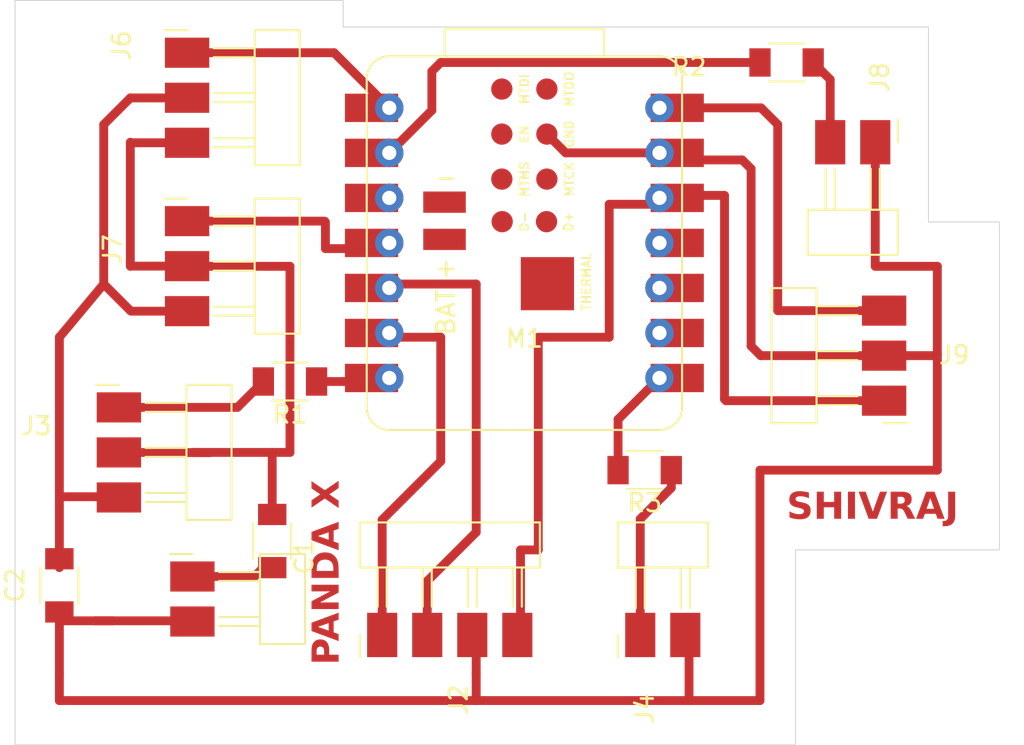
<source format=kicad_pcb>
(kicad_pcb (version 20241229) (generator "pcbnew") (generator_version "9.0")
  (layers (0 "F.Cu" signal) (2 "B.Cu" signal) (13 "F.Paste" user) (15 "B.Paste" user) (5 "F.SilkS" user "F.Silkscreen") (7 "B.SilkS" user "B.Silkscreen") (1 "F.Mask" user) (3 "B.Mask" user) (25 "Edge.Cuts" user))
  (net 0 "")
  (net 1 "/D4")
  (net 2 "/3V3")
  (net 3 "/5V")
  (net 4 "/D0")
  (net 5 "/D3")
  (net 6 "/5V5")
  (net 17 "Net-(J9-Pin_3)")
  (net 18 "/D5")
  (net 19 "/D7")
  (net 20 "/D1")
  (net 21 "unconnected-(M1-D10-Pad11)")
  (net 22 "unconnected-(M1-D2-Pad3)")
  (net 25 "Net-(J3-Pin_1)")
  (net 26 "Net-(M1-D6)")
  (footprint "fab:R_1206" (layer "F.Cu") (at 141 75)
    (property "Reference" "R2" (at -5.5 0.26 0) (layer "F.SilkS"))
    (property "Value" "R_1206")
    (fp_line (start -1 -1.07) (end 1 -1.07) (stroke (width 0.12)) (layer "F.SilkS"))
    (fp_line (start 1 1.07) (end -1 1.07) (stroke (width 0.12)) (layer "F.SilkS"))
    (pad "1" smd rect (at -1.5 0) (size 1.2 1.6) (layers "F.Cu" "F.Mask" "F.Paste") (net 20 "/D1"))
    (pad "2" smd rect (at 1.5 0) (size 1.2 1.6) (layers "F.Cu" "F.Mask" "F.Paste") (net 20 "/D1"))
  )
  (footprint "fab:R_1206" (layer "F.Cu") (at 133 98 180)
    (property "Reference" "R3" (at 0 -1.85 0) (layer "F.SilkS"))
    (property "Value" "R_1206")
    (fp_line (start 1 1.07) (end -1 1.07) (stroke (width 0.12)) (layer "F.SilkS"))
    (fp_line (start -1 -1.07) (end 1 -1.07) (stroke (width 0.12)) (layer "F.SilkS"))
    (pad "1" smd rect (at -1.5 0 180) (size 1.2 1.6) (layers "F.Cu" "F.Mask" "F.Paste") (net 19 "/D7"))
    (pad "2" smd rect (at 1.5 0 180) (size 1.2 1.6) (layers "F.Cu" "F.Mask" "F.Paste") (net 19 "/D7"))
  )
  (footprint "fab:SeeedStudio_XIAO_ESP32S3" (layer "F.Cu") (at 126.215 85.18)
    (property "Reference" "M1" (at 0 5.39 0) (layer "F.SilkS"))
    (property "Value" "Module_XIAO-ESP32S3")
    (fp_line (start -8.8875 9.281) (end -8.8875 -9.261) (stroke (width 0.12)) (layer "F.SilkS"))
    (fp_line (start -7.6175 -10.531) (end 7.6225 -10.531) (stroke (width 0.12)) (layer "F.SilkS"))
    (fp_line (start 7.6225 10.551) (end -7.6175 10.551) (stroke (width 0.12)) (layer "F.SilkS"))
    (fp_line (start 8.8925 -9.261) (end 8.8925 9.281) (stroke (width 0.12)) (layer "F.SilkS"))
    (fp_rect (start -4.4975 -10.531) (end 4.5025 -12.055) (stroke (width 0.12)) (fill no) (layer "F.SilkS"))
    (fp_arc (start -8.8875 -9.261) (mid -8.515526 -10.159026) (end -7.6175 -10.531) (stroke (width 0.12)) (layer "F.SilkS"))
    (fp_arc (start -7.6175 10.551) (mid -8.515526 10.179026) (end -8.8875 9.281) (stroke (width 0.12)) (layer "F.SilkS"))
    (fp_arc (start 7.6225 -10.531) (mid 8.520526 -10.159026) (end 8.8925 -9.261) (stroke (width 0.12)) (layer "F.SilkS"))
    (fp_arc (start 8.8925 9.281) (mid 8.520526 10.179026) (end 7.6225 10.551) (stroke (width 0.12)) (layer "F.SilkS"))
    (fp_text user "D-" (at 0 -1.2 90) (layer "F.SilkS") (effects (font (size 0.5 0.5) (thickness 0.1) (bold yes))))
    (fp_text user "MTCK" (at 2.54 -3.6 90) (layer "F.SilkS") (effects (font (size 0.5 0.5) (thickness 0.1) (bold yes))))
    (fp_text user "EN" (at 0 -6.14 90) (layer "F.SilkS") (effects (font (size 0.5 0.5) (thickness 0.1) (bold yes))))
    (fp_text user "GND" (at 2.54 -6.14 90) (layer "F.SilkS") (effects (font (size 0.5 0.5) (thickness 0.1) (bold yes))))
    (fp_text user "MTMS" (at 0 -3.6 90) (layer "F.SilkS") (effects (font (size 0.5 0.5) (thickness 0.1) (bold yes))))
    (fp_text user "MTDI" (at 0 -8.68 90) (layer "F.SilkS") (effects (font (size 0.5 0.5) (thickness 0.1) (bold yes))))
    (fp_text user "MTDO" (at 2.54 -8.68 90) (layer "F.SilkS") (effects (font (size 0.5 0.5) (thickness 0.1) (bold yes))))
    (fp_text user "THERMAL" (at 3.5 2.2 90) (layer "F.SilkS") (effects (font (size 0.5 0.5) (thickness 0.1) (bold yes))))
    (fp_text user "D+" (at 2.5 -1.2 90) (layer "F.SilkS") (effects (font (size 0.5 0.5) (thickness 0.1) (bold yes))))
    (fp_text user "-" (at -4.4 -3.7 0) (layer "F.SilkS"))
    (fp_text user "BAT" (at -5 3.9 90) (layer "F.SilkS") (effects (justify top)))
    (fp_text user "+" (at -4.4 1.4 0) (layer "F.SilkS"))
    (pad "1" thru_hole circle (at -7.615 -7.62) (size 1.6 1.6) (drill 0.8) (layers "*.Cu" "*.Mask") (net 4 "/D0"))
    (pad "1" smd rect (at -7.615 -7.62) (size 3 1.6) (drill (offset -1 0)) (layers "F.Cu" "F.Mask" "F.Paste") (net 4 "/D0"))
    (pad "2" thru_hole circle (at -7.615 -5.08) (size 1.6 1.6) (drill 0.8) (layers "*.Cu" "*.Mask") (net 20 "/D1"))
    (pad "2" smd rect (at -7.615 -5.08) (size 3 1.6) (drill (offset -1 0)) (layers "F.Cu" "F.Mask" "F.Paste") (net 20 "/D1"))
    (pad "3" thru_hole circle (at -7.615 -2.54) (size 1.6 1.6) (drill 0.8) (layers "*.Cu" "*.Mask") (net 22 "unconnected-(M1-D2-Pad3)"))
    (pad "3" smd rect (at -7.615 -2.54) (size 3 1.6) (drill (offset -1 0)) (layers "F.Cu" "F.Mask" "F.Paste") (net 22 "unconnected-(M1-D2-Pad3)"))
    (pad "4" thru_hole circle (at -7.615 0) (size 1.6 1.6) (drill 0.8) (layers "*.Cu" "*.Mask") (net 5 "/D3"))
    (pad "4" smd rect (at -7.615 0) (size 3 1.6) (drill (offset -1 0)) (layers "F.Cu" "F.Mask" "F.Paste") (net 5 "/D3"))
    (pad "5" thru_hole circle (at -7.615 2.54) (size 1.6 1.6) (drill 0.8) (layers "*.Cu" "*.Mask") (net 1 "/D4"))
    (pad "5" smd rect (at -7.615 2.54) (size 3 1.6) (drill (offset -1 0)) (layers "F.Cu" "F.Mask" "F.Paste") (net 1 "/D4"))
    (pad "6" thru_hole circle (at -7.615 5.08) (size 1.6 1.6) (drill 0.8) (layers "*.Cu" "*.Mask") (net 18 "/D5"))
    (pad "6" smd rect (at -7.615 5.08) (size 3 1.6) (drill (offset -1 0)) (layers "F.Cu" "F.Mask" "F.Paste") (net 18 "/D5"))
    (pad "7" thru_hole circle (at -7.615 7.62) (size 1.6 1.6) (drill 0.8) (layers "*.Cu" "*.Mask") (net 26 "Net-(M1-D6)"))
    (pad "7" smd rect (at -7.615 7.62) (size 3 1.6) (drill (offset -1 0)) (layers "F.Cu" "F.Mask" "F.Paste") (net 26 "Net-(M1-D6)"))
    (pad "8" thru_hole circle (at 7.62 7.62) (size 1.6 1.6) (drill 0.8) (layers "*.Cu" "*.Mask") (net 19 "/D7"))
    (pad "8" smd rect (at 7.62 7.62) (size 3 1.6) (drill (offset 1 0)) (layers "F.Cu" "F.Mask" "F.Paste") (net 19 "/D7"))
    (pad "9" thru_hole circle (at 7.62 5.08) (size 1.6 1.6) (drill 0.8) (layers "*.Cu" "*.Mask"))
    (pad "9" smd rect (at 7.62 5.08) (size 3 1.6) (drill (offset 1 0)) (layers "F.Cu" "F.Mask" "F.Paste"))
    (pad "10" thru_hole circle (at 7.62 2.54) (size 1.6 1.6) (drill 0.8) (layers "*.Cu" "*.Mask"))
    (pad "10" smd rect (at 7.62 2.54) (size 3 1.6) (drill (offset 1 0)) (layers "F.Cu" "F.Mask" "F.Paste"))
    (pad "11" thru_hole circle (at 7.62 0) (size 1.6 1.6) (drill 0.8) (layers "*.Cu" "*.Mask") (net 21 "unconnected-(M1-D10-Pad11)"))
    (pad "11" smd rect (at 7.62 0) (size 3 1.6) (drill (offset 1 0)) (layers "F.Cu" "F.Mask" "F.Paste") (net 21 "unconnected-(M1-D10-Pad11)"))
    (pad "12" thru_hole circle (at 7.62 -2.54) (size 1.6 1.6) (drill 0.8) (layers "*.Cu" "*.Mask") (net 2 "/3V3"))
    (pad "12" smd rect (at 7.62 -2.54) (size 3 1.6) (drill (offset 1 0)) (layers "F.Cu" "F.Mask" "F.Paste") (net 2 "/3V3"))
    (pad "13" thru_hole circle (at 7.62 -5.08) (size 1.6 1.6) (drill 0.8) (layers "*.Cu" "*.Mask") (net 19 "/D7"))
    (pad "13" smd rect (at 7.62 -5.08) (size 3 1.6) (drill (offset 1 0)) (layers "F.Cu" "F.Mask" "F.Paste") (net 19 "/D7"))
    (pad "14" thru_hole circle (at 7.62 -7.62) (size 1.6 1.6) (drill 0.8) (layers "*.Cu" "*.Mask") (net 17 "Net-(J9-Pin_3)"))
    (pad "14" smd rect (at 7.62 -7.62) (size 3 1.6) (drill (offset 1 0)) (layers "F.Cu" "F.Mask" "F.Paste") (net 17 "Net-(J9-Pin_3)"))
    (pad "15" smd rect (at -4.5 -2.3) (size 2.4 1.2) (layers "F.Cu" "F.Mask" "F.Paste"))
    (pad "16" smd rect (at -4.5 -0.2) (size 2.4 1.2) (layers "F.Cu" "F.Mask" "F.Paste"))
    (pad "17" smd circle (at -1.27 -8.68) (size 1.2 1.2) (layers "F.Cu" "F.Mask" "F.Paste"))
    (pad "18" smd circle (at -1.27 -6.14) (size 1.2 1.2) (layers "F.Cu" "F.Mask" "F.Paste"))
    (pad "19" smd circle (at -1.27 -3.6) (size 1.2 1.2) (layers "F.Cu" "F.Mask" "F.Paste"))
    (pad "20" smd circle (at 1.27 -3.6) (size 1.2 1.2) (layers "F.Cu" "F.Mask" "F.Paste"))
    (pad "21" smd circle (at 1.27 -6.14) (size 1.2 1.2) (layers "F.Cu" "F.Mask" "F.Paste") (net 19 "/D7"))
    (pad "22" smd circle (at 1.27 -8.68) (size 1.2 1.2) (layers "F.Cu" "F.Mask" "F.Paste"))
    (pad "23" smd circle (at -1.25 -1.2) (size 1.2 1.2) (layers "F.Cu" "F.Mask" "F.Paste"))
    (pad "24" smd circle (at 1.25 -1.2) (size 1.2 1.2) (layers "F.Cu" "F.Mask" "F.Paste"))
    (pad "25" smd rect (at 1.3 2.3) (size 3 3) (layers "F.Cu" "F.Mask" "F.Paste"))
  )
  (footprint "fab:C_1206" (layer "F.Cu") (at 112 102 -90)
    (property "Reference" "C1" (at 0.9 -1.8 90) (layer "F.SilkS"))
    (property "Value" "C_1206")
    (fp_line (start 1 1.07) (end -1 1.07) (stroke (width 0.12)) (layer "F.SilkS"))
    (fp_line (start -1 -1.07) (end 1 -1.07) (stroke (width 0.12)) (layer "F.SilkS"))
    (pad "1" smd rect (at -1.5 0 270) (size 1.2 1.6) (layers "F.Cu" "F.Mask" "F.Paste") (net 3 "/5V"))
    (pad "2" smd rect (at 1.5 0 270) (size 1.2 1.6) (layers "F.Cu" "F.Mask" "F.Paste") (net 6 "/5V5"))
  )
  (footprint "fab:C_1206" (layer "F.Cu") (at 100 104.5 90)
    (property "Reference" "C2" (at 0 -2.5 90) (layer "F.SilkS"))
    (property "Value" "C_1206")
    (fp_line (start -1 -1.07) (end 1 -1.07) (stroke (width 0.12)) (layer "F.SilkS"))
    (fp_line (start 1 1.07) (end -1 1.07) (stroke (width 0.12)) (layer "F.SilkS"))
    (pad "1" smd rect (at -1.5 0 90) (size 1.2 1.6) (layers "F.Cu" "F.Mask" "F.Paste") (net 19 "/D7"))
    (pad "2" smd rect (at 1.5 0 90) (size 1.2 1.6) (layers "F.Cu" "F.Mask" "F.Paste") (net 19 "/D7"))
  )
  (footprint "fab:PinHeader_01x03_P2.54mm_Horizontal_SMD" (layer "F.Cu") (at 107.2 74.45)
    (property "Reference" "J6" (at -3.7 0.55 90) (layer "F.SilkS") (effects (justify left)))
    (property "Value" "PinHeader_01x03_P2.54mm_Horizontal_SMD" (hide yes))
    (fp_line (start -1.27 -1.27) (end 0 -1.27) (stroke (width 0.12)) (layer "F.SilkS"))
    (fp_line (start 3.81 -1.27) (end 6.35 -1.27) (stroke (width 0.12)) (layer "F.SilkS"))
    (fp_line (start 3.81 -0.254) (end 1.5 -0.254) (stroke (width 0.12)) (layer "F.SilkS"))
    (fp_line (start 3.81 0.254) (end 1.5 0.254) (stroke (width 0.12)) (layer "F.SilkS"))
    (fp_line (start 3.81 2.286) (end 1.5 2.286) (stroke (width 0.12)) (layer "F.SilkS"))
    (fp_line (start 3.81 2.794) (end 1.5 2.794) (stroke (width 0.12)) (layer "F.SilkS"))
    (fp_line (start 3.81 4.826) (end 1.5 4.826) (stroke (width 0.12)) (layer "F.SilkS"))
    (fp_line (start 3.81 5.334) (end 1.5 5.334) (stroke (width 0.12)) (layer "F.SilkS"))
    (fp_line (start 3.81 6.35) (end 3.81 -1.27) (stroke (width 0.12)) (layer "F.SilkS"))
    (fp_line (start 6.35 -1.27) (end 6.35 6.35) (stroke (width 0.12)) (layer "F.SilkS"))
    (fp_line (start 6.35 6.35) (end 3.81 6.35) (stroke (width 0.12)) (layer "F.SilkS"))
    (pad "1" smd rect (at 0 0) (size 2.5 1.7) (layers "F.Cu" "F.Mask" "F.Paste") (net 4 "/D0"))
    (pad "2" smd rect (at 0 2.54) (size 2.5 1.7) (layers "F.Cu" "F.Mask" "F.Paste") (net 19 "/D7"))
    (pad "3" smd rect (at 0 5.08) (size 2.5 1.7) (layers "F.Cu" "F.Mask" "F.Paste") (net 3 "/5V"))
  )
  (footprint "fab:PinHeader_01x04_P2.54mm_Horizontal_SMD" (layer "F.Cu") (at 118.2 107.3 90)
    (property "Reference" "J2" (at -2.7 4.3 90) (layer "F.SilkS") (effects (justify right)))
    (property "Value" "PinHeader_01x04_P2.54mm_Horizontal_SMD" (hide yes))
    (fp_line (start 6.35 -1.27) (end 6.35 8.89) (stroke (width 0.12)) (layer "F.SilkS"))
    (fp_line (start 3.81 -1.27) (end 6.35 -1.27) (stroke (width 0.12)) (layer "F.SilkS"))
    (fp_line (start -1.27 -1.27) (end 0 -1.27) (stroke (width 0.12)) (layer "F.SilkS"))
    (fp_line (start 3.81 -0.254) (end 1.6 -0.254) (stroke (width 0.12)) (layer "F.SilkS"))
    (fp_line (start 3.81 0.254) (end 1.6 0.254) (stroke (width 0.12)) (layer "F.SilkS"))
    (fp_line (start 3.81 2.286) (end 1.6 2.286) (stroke (width 0.12)) (layer "F.SilkS"))
    (fp_line (start 3.81 2.794) (end 1.6 2.794) (stroke (width 0.12)) (layer "F.SilkS"))
    (fp_line (start 3.81 4.826) (end 1.6 4.826) (stroke (width 0.12)) (layer "F.SilkS"))
    (fp_line (start 3.81 5.334) (end 1.6 5.334) (stroke (width 0.12)) (layer "F.SilkS"))
    (fp_line (start 3.81 7.366) (end 1.6 7.366) (stroke (width 0.12)) (layer "F.SilkS"))
    (fp_line (start 3.81 7.874) (end 1.6 7.874) (stroke (width 0.12)) (layer "F.SilkS"))
    (fp_line (start 6.35 8.89) (end 3.81 8.89) (stroke (width 0.12)) (layer "F.SilkS"))
    (fp_line (start 3.81 8.89) (end 3.81 -1.27) (stroke (width 0.12)) (layer "F.SilkS"))
    (pad "1" smd rect (at 0 0 90) (size 2.5 1.7) (layers "F.Cu" "F.Mask" "F.Paste") (net 18 "/D5"))
    (pad "2" smd rect (at 0 2.54 90) (size 2.5 1.7) (layers "F.Cu" "F.Mask" "F.Paste") (net 1 "/D4"))
    (pad "3" smd rect (at 0 5.08 90) (size 2.5 1.7) (layers "F.Cu" "F.Mask" "F.Paste") (net 19 "/D7"))
    (pad "4" smd rect (at 0 7.62 90) (size 2.5 1.7) (layers "F.Cu" "F.Mask" "F.Paste") (net 2 "/3V3"))
  )
  (footprint "fab:PinHeader_01x02_P2.54mm_Horizontal_SMD" (layer "F.Cu") (at 146 79.5 -90)
    (property "Reference" "J8" (at -2.7 -0.25 90) (layer "F.SilkS") (effects (justify left)))
    (property "Value" "PinHeader_01x02_P2.54mm_Horizontal_SMD" (hide yes))
    (fp_line (start 3.81 3.81) (end 3.81 -1.27) (stroke (width 0.12)) (layer "F.SilkS"))
    (fp_line (start 6.35 3.81) (end 3.81 3.81) (stroke (width 0.12)) (layer "F.SilkS"))
    (fp_line (start 3.81 2.794) (end 1.5 2.794) (stroke (width 0.12)) (layer "F.SilkS"))
    (fp_line (start 3.81 2.286) (end 1.5 2.286) (stroke (width 0.12)) (layer "F.SilkS"))
    (fp_line (start 3.81 0.254) (end 1.5 0.254) (stroke (width 0.12)) (layer "F.SilkS"))
    (fp_line (start 3.81 -0.254) (end 1.5 -0.254) (stroke (width 0.12)) (layer "F.SilkS"))
    (fp_line (start -1.27 -1.27) (end 0 -1.27) (stroke (width 0.12)) (layer "F.SilkS"))
    (fp_line (start 3.81 -1.27) (end 6.35 -1.27) (stroke (width 0.12)) (layer "F.SilkS"))
    (fp_line (start 6.35 -1.27) (end 6.35 3.81) (stroke (width 0.12)) (layer "F.SilkS"))
    (pad "1" smd rect (at 0 0 270) (size 2.5 1.7) (layers "F.Cu" "F.Mask" "F.Paste") (net 19 "/D7"))
    (pad "2" smd rect (at 0 2.54 270) (size 2.5 1.7) (layers "F.Cu" "F.Mask" "F.Paste") (net 20 "/D1"))
  )
  (footprint "fab:PinHeader_01x02_P2.54mm_Horizontal_SMD" (layer "F.Cu") (at 107.5 104)
    (property "Reference" "J1" (hide yes))
    (property "Value" "PinHeader_01x02_P2.54mm_Horizontal_SMD" (hide yes))
    (fp_line (start -1.27 -1.27) (end 0 -1.27) (stroke (width 0.12)) (layer "F.SilkS"))
    (fp_line (start 3.81 -1.27) (end 6.35 -1.27) (stroke (width 0.12)) (layer "F.SilkS"))
    (fp_line (start 3.81 -0.254) (end 1.5 -0.254) (stroke (width 0.12)) (layer "F.SilkS"))
    (fp_line (start 3.81 0.254) (end 1.5 0.254) (stroke (width 0.12)) (layer "F.SilkS"))
    (fp_line (start 3.81 2.286) (end 1.5 2.286) (stroke (width 0.12)) (layer "F.SilkS"))
    (fp_line (start 3.81 2.794) (end 1.5 2.794) (stroke (width 0.12)) (layer "F.SilkS"))
    (fp_line (start 3.81 3.81) (end 3.81 -1.27) (stroke (width 0.12)) (layer "F.SilkS"))
    (fp_line (start 6.35 -1.27) (end 6.35 3.81) (stroke (width 0.12)) (layer "F.SilkS"))
    (fp_line (start 6.35 3.81) (end 3.81 3.81) (stroke (width 0.12)) (layer "F.SilkS"))
    (pad "1" smd rect (at 0 0) (size 2.5 1.7) (layers "F.Cu" "F.Mask" "F.Paste") (net 6 "/5V5"))
    (pad "2" smd rect (at 0 2.54) (size 2.5 1.7) (layers "F.Cu" "F.Mask" "F.Paste") (net 19 "/D7"))
  )
  (footprint "fab:PinHeader_01x03_P2.54mm_Horizontal_SMD" (layer "F.Cu") (at 103.355 94.46)
    (property "Reference" "J3" (at -3.7 1.05 0) (layer "F.SilkS") (effects (justify right)))
    (property "Value" "PinHeader_01x03_P2.54mm_Horizontal_SMD" (hide yes))
    (fp_line (start -1.27 -1.27) (end 0 -1.27) (stroke (width 0.12)) (layer "F.SilkS"))
    (fp_line (start 3.81 -1.27) (end 6.35 -1.27) (stroke (width 0.12)) (layer "F.SilkS"))
    (fp_line (start 3.81 -0.254) (end 1.5 -0.254) (stroke (width 0.12)) (layer "F.SilkS"))
    (fp_line (start 3.81 0.254) (end 1.5 0.254) (stroke (width 0.12)) (layer "F.SilkS"))
    (fp_line (start 3.81 2.286) (end 1.5 2.286) (stroke (width 0.12)) (layer "F.SilkS"))
    (fp_line (start 3.81 2.794) (end 1.5 2.794) (stroke (width 0.12)) (layer "F.SilkS"))
    (fp_line (start 3.81 4.826) (end 1.5 4.826) (stroke (width 0.12)) (layer "F.SilkS"))
    (fp_line (start 3.81 5.334) (end 1.5 5.334) (stroke (width 0.12)) (layer "F.SilkS"))
    (fp_line (start 3.81 6.35) (end 3.81 -1.27) (stroke (width 0.12)) (layer "F.SilkS"))
    (fp_line (start 6.35 -1.27) (end 6.35 6.35) (stroke (width 0.12)) (layer "F.SilkS"))
    (fp_line (start 6.35 6.35) (end 3.81 6.35) (stroke (width 0.12)) (layer "F.SilkS"))
    (pad "1" smd rect (at 0 0) (size 2.5 1.7) (layers "F.Cu" "F.Mask" "F.Paste") (net 25 "Net-(J3-Pin_1)"))
    (pad "2" smd rect (at 0 2.54) (size 2.5 1.7) (layers "F.Cu" "F.Mask" "F.Paste") (net 3 "/5V"))
    (pad "3" smd rect (at 0 5.08) (size 2.5 1.7) (layers "F.Cu" "F.Mask" "F.Paste") (net 19 "/D7"))
  )
  (footprint "fab:PinHeader_01x02_P2.54mm_Horizontal_SMD" (layer "F.Cu") (at 132.75 107.3 90)
    (property "Reference" "J4" (at -3.2 0.25 270) (layer "F.SilkS") (effects (justify right)))
    (property "Value" "PinHeader_01x02_P2.54mm_Horizontal_SMD" (hide yes))
    (fp_line (start 6.35 -1.27) (end 6.35 3.81) (stroke (width 0.12)) (layer "F.SilkS"))
    (fp_line (start 3.81 -1.27) (end 6.35 -1.27) (stroke (width 0.12)) (layer "F.SilkS"))
    (fp_line (start -1.27 -1.27) (end 0 -1.27) (stroke (width 0.12)) (layer "F.SilkS"))
    (fp_line (start 3.81 -0.254) (end 1.5 -0.254) (stroke (width 0.12)) (layer "F.SilkS"))
    (fp_line (start 3.81 0.254) (end 1.5 0.254) (stroke (width 0.12)) (layer "F.SilkS"))
    (fp_line (start 3.81 2.286) (end 1.5 2.286) (stroke (width 0.12)) (layer "F.SilkS"))
    (fp_line (start 3.81 2.794) (end 1.5 2.794) (stroke (width 0.12)) (layer "F.SilkS"))
    (fp_line (start 6.35 3.81) (end 3.81 3.81) (stroke (width 0.12)) (layer "F.SilkS"))
    (fp_line (start 3.81 3.81) (end 3.81 -1.27) (stroke (width 0.12)) (layer "F.SilkS"))
    (pad "1" smd rect (at 0 0 90) (size 2.5 1.7) (layers "F.Cu" "F.Mask" "F.Paste") (net 19 "/D7"))
    (pad "2" smd rect (at 0 2.54 90) (size 2.5 1.7) (layers "F.Cu" "F.Mask" "F.Paste") (net 19 "/D7"))
  )
  (footprint "fab:R_1206" (layer "F.Cu") (at 113 93 180)
    (property "Reference" "R1" (at 0 -1.85 0) (layer "F.SilkS"))
    (property "Value" "R_0")
    (fp_line (start 1 1.07) (end -1 1.07) (stroke (width 0.12)) (layer "F.SilkS"))
    (fp_line (start -1 -1.07) (end 1 -1.07) (stroke (width 0.12)) (layer "F.SilkS"))
    (pad "1" smd rect (at -1.5 0 180) (size 1.2 1.6) (layers "F.Cu" "F.Mask" "F.Paste") (net 26 "Net-(M1-D6)"))
    (pad "2" smd rect (at 1.5 0 180) (size 1.2 1.6) (layers "F.Cu" "F.Mask" "F.Paste") (net 25 "Net-(J3-Pin_1)"))
  )
  (footprint "fab:PinHeader_01x03_P2.54mm_Horizontal_SMD" (layer "F.Cu") (at 146.5 94.08 180)
    (property "Reference" "J9" (at -3 2.58 0) (layer "F.SilkS") (effects (justify left)))
    (property "Value" "PinHeader_01x03_P2.54mm_Horizontal_SMD" (hide yes))
    (fp_line (start 6.35 6.35) (end 3.81 6.35) (stroke (width 0.12)) (layer "F.SilkS"))
    (fp_line (start 6.35 -1.27) (end 6.35 6.35) (stroke (width 0.12)) (layer "F.SilkS"))
    (fp_line (start 3.81 6.35) (end 3.81 -1.27) (stroke (width 0.12)) (layer "F.SilkS"))
    (fp_line (start 3.81 5.334) (end 1.5 5.334) (stroke (width 0.12)) (layer "F.SilkS"))
    (fp_line (start 3.81 4.826) (end 1.5 4.826) (stroke (width 0.12)) (layer "F.SilkS"))
    (fp_line (start 3.81 2.794) (end 1.5 2.794) (stroke (width 0.12)) (layer "F.SilkS"))
    (fp_line (start 3.81 2.286) (end 1.5 2.286) (stroke (width 0.12)) (layer "F.SilkS"))
    (fp_line (start 3.81 0.254) (end 1.5 0.254) (stroke (width 0.12)) (layer "F.SilkS"))
    (fp_line (start 3.81 -0.254) (end 1.5 -0.254) (stroke (width 0.12)) (layer "F.SilkS"))
    (fp_line (start 3.81 -1.27) (end 6.35 -1.27) (stroke (width 0.12)) (layer "F.SilkS"))
    (fp_line (start -1.27 -1.27) (end 0 -1.27) (stroke (width 0.12)) (layer "F.SilkS"))
    (pad "1" smd rect (at 0 0 180) (size 2.5 1.7) (layers "F.Cu" "F.Mask" "F.Paste") (net 2 "/3V3"))
    (pad "2" smd rect (at 0 2.54 180) (size 2.5 1.7) (layers "F.Cu" "F.Mask" "F.Paste") (net 19 "/D7"))
    (pad "3" smd rect (at 0 5.08 180) (size 2.5 1.7) (layers "F.Cu" "F.Mask" "F.Paste") (net 17 "Net-(J9-Pin_3)"))
  )
  (footprint "fab:PinHeader_01x03_P2.54mm_Horizontal_SMD" (layer "F.Cu") (at 107.2 83.95)
    (property "Reference" "J7" (at -4.2 2.55 270) (layer "F.SilkS") (effects (justify left)))
    (property "Value" "PinHeader_01x03_P2.54mm_Horizontal_SMD" (hide yes))
    (fp_line (start -1.27 -1.27) (end 0 -1.27) (stroke (width 0.12)) (layer "F.SilkS"))
    (fp_line (start 3.81 -1.27) (end 6.35 -1.27) (stroke (width 0.12)) (layer "F.SilkS"))
    (fp_line (start 3.81 -0.254) (end 1.5 -0.254) (stroke (width 0.12)) (layer "F.SilkS"))
    (fp_line (start 3.81 0.254) (end 1.5 0.254) (stroke (width 0.12)) (layer "F.SilkS"))
    (fp_line (start 3.81 2.286) (end 1.5 2.286) (stroke (width 0.12)) (layer "F.SilkS"))
    (fp_line (start 3.81 2.794) (end 1.5 2.794) (stroke (width 0.12)) (layer "F.SilkS"))
    (fp_line (start 3.81 4.826) (end 1.5 4.826) (stroke (width 0.12)) (layer "F.SilkS"))
    (fp_line (start 3.81 5.334) (end 1.5 5.334) (stroke (width 0.12)) (layer "F.SilkS"))
    (fp_line (start 3.81 6.35) (end 3.81 -1.27) (stroke (width 0.12)) (layer "F.SilkS"))
    (fp_line (start 6.35 -1.27) (end 6.35 6.35) (stroke (width 0.12)) (layer "F.SilkS"))
    (fp_line (start 6.35 6.35) (end 3.81 6.35) (stroke (width 0.12)) (layer "F.SilkS"))
    (pad "1" smd rect (at 0 0) (size 2.5 1.7) (layers "F.Cu" "F.Mask" "F.Paste") (net 5 "/D3"))
    (pad "2" smd rect (at 0 2.54) (size 2.5 1.7) (layers "F.Cu" "F.Mask" "F.Paste") (net 3 "/5V"))
    (pad "3" smd rect (at 0 5.08) (size 2.5 1.7) (layers "F.Cu" "F.Mask" "F.Paste") (net 19 "/D7"))
  )
  (gr_line (start 103 106.5) (end 100 106.5) (stroke (width 0.5)) (layer "F.Cu") (net 19))
  (gr_line (start 100 90.5) (end 100 103.5) (stroke (width 0.5)) (layer "F.Cu") (net 19))
  (gr_line (start 131 90.5) (end 127 90.5) (stroke (width 0.5)) (layer "F.Cu") (net 2))
  (gr_line (start 100 106) (end 100 109.5) (stroke (width 0.5)) (layer "F.Cu") (net 19))
  (gr_line (start 127 102.5) (end 126 102.5) (stroke (width 0.5)) (layer "F.Cu") (net 2))
  (gr_line (start 104 77) (end 107 77) (stroke (width 0.5)) (layer "F.Cu") (net 19))
  (gr_line (start 102.5 87.5) (end 100 90.5) (stroke (width 0.5)) (layer "F.Cu") (net 19))
  (gr_line (start 135.5 111) (end 100 111) (stroke (width 0.5)) (layer "F.Cu") (net 19))
  (gr_line (start 112 97) (end 112 100.5) (stroke (width 0.5)) (layer "F.Cu") (net 3))
  (gr_line (start 102.5 99.5) (end 100 99.5) (stroke (width 0.5)) (layer "F.Cu") (net 19))
  (gr_line (start 113 86.5) (end 113 97) (stroke (width 0.5)) (layer "F.Cu") (net 3))
  (gr_line (start 131 83) (end 131 90.5) (stroke (width 0.5)) (layer "F.Cu") (net 2))
  (gr_line (start 123.5 109.5) (end 123.5 111) (stroke (width 0.5)) (layer "F.Cu") (net 19))
  (gr_line (start 123.5 108) (end 123.5 109.5) (stroke (width 0.5)) (layer "F.Cu") (net 19))
  (gr_line (start 107 106.5) (end 102 106.5) (stroke (width 0.5)) (layer "F.Cu") (net 19))
  (gr_line (start 126 102.5) (end 126 107) (stroke (width 0.5)) (layer "F.Cu") (net 2))
  (gr_line (start 100 109.5) (end 100 111) (stroke (width 0.5)) (layer "F.Cu") (net 19))
  (gr_line (start 113 97) (end 107.5 97) (stroke (width 0.5)) (layer "F.Cu") (net 3))
  (gr_line (start 103 97) (end 108.5 97.01) (stroke (width 0.5)) (layer "F.Cu") (net 3))
  (gr_line (start 107 86.5) (end 113 86.5) (stroke (width 0.5)) (layer "F.Cu") (net 3))
  (gr_line (start 127 90.5) (end 127 102.5) (stroke (width 0.5)) (layer "F.Cu") (net 2))
  (gr_poly (pts (xy 116 71.5) (xy 116 73) (xy 149 73) (xy 149 84) (xy 153 84) (xy 153 102.5) (xy 141.5 102.5) (xy 141.5 113.5) (xy 97.5 113.5) (xy 97.5 71.5)) (stroke (width 0.05)) (fill no) (layer "Edge.Cuts"))
  (gr_text "PANDA X " (at 116 109 90) (layer "F.Cu") (effects (font (size 1.5 1.5) (thickness 0.3) (bold yes)) (justify left bottom)))
  (gr_text "SHIVRAJ " (at 141 101 0) (layer "F.Cu") (effects (font (size 1.5 1.5) (thickness 0.3) (bold yes)) (justify left bottom)))
  (segment (start 120.74 107.3) (end 120.74 104.26) (width 0.5) (layer "F.Cu") (net 1))
  (segment (start 123.5 87.5) (end 118.82 87.5) (width 0.5) (layer "F.Cu") (net 1))
  (segment (start 118.82 87.5) (end 118.6 87.72) (width 0.2) (layer "F.Cu") (net 1))
  (segment (start 120.74 104.26) (end 123.5 101.5) (width 0.5) (layer "F.Cu") (net 1))
  (segment (start 123.5 101.5) (end 123.5 87.5) (width 0.5) (layer "F.Cu") (net 1))
  (segment (start 137.5 82.5) (end 133.975 82.5) (width 0.5) (layer "F.Cu") (net 2))
  (segment (start 131 83) (end 133.475 83) (width 0.5) (layer "F.Cu") (net 2))
  (segment (start 137.5 94) (end 137.5 82.5) (width 0.5) (layer "F.Cu") (net 2))
  (segment (start 133.975 82.5) (end 133.835 82.64) (width 0.2) (layer "F.Cu") (net 2))
  (segment (start 125.7 107.3) (end 125.5 107.5) (width 0.2) (layer "F.Cu") (net 2))
  (segment (start 125.82 107.3) (end 125.7 107.3) (width 0.2) (layer "F.Cu") (net 2))
  (segment (start 133.475 83) (end 133.835 82.64) (width 0.2) (layer "F.Cu") (net 2))
  (segment (start 146.5 94.08) (end 137.58 94.08) (width 0.5) (layer "F.Cu") (net 2))
  (segment (start 137.58 94.08) (end 137.5 94) (width 0.5) (layer "F.Cu") (net 2))
  (segment (start 107.2 79.53) (end 104.03 79.53) (width 0.5) (layer "F.Cu") (net 3))
  (segment (start 104 86.5) (end 104.01 86.49) (width 0.2) (layer "F.Cu") (net 3))
  (segment (start 104.01 86.49) (end 107.2 86.49) (width 0.5) (layer "F.Cu") (net 3))
  (segment (start 104 79.5) (end 104 86.5) (width 0.5) (layer "F.Cu") (net 3))
  (segment (start 104.03 79.53) (end 104 79.5) (width 0.2) (layer "F.Cu") (net 3))
  (segment (start 107.2 74.45) (end 115.49 74.45) (width 0.5) (layer "F.Cu") (net 4))
  (segment (start 115.49 74.45) (end 118.6 77.56) (width 0.5) (layer "F.Cu") (net 4))
  (segment (start 115 85.5) (end 118.28 85.5) (width 0.5) (layer "F.Cu") (net 5))
  (segment (start 114.95 83.95) (end 115 84) (width 0.2) (layer "F.Cu") (net 5))
  (segment (start 118.28 85.5) (end 118.6 85.18) (width 0.2) (layer "F.Cu") (net 5))
  (segment (start 107.2 83.95) (end 114.95 83.95) (width 0.5) (layer "F.Cu") (net 5))
  (segment (start 115 84) (end 115 85.5) (width 0.5) (layer "F.Cu") (net 5))
  (segment (start 112 103.5) (end 111.5 103.5) (width 0.2) (layer "F.Cu") (net 6))
  (segment (start 111 104) (end 107.5 104) (width 0.5) (layer "F.Cu") (net 6))
  (segment (start 111.5 103.5) (end 111 104) (width 0.5) (layer "F.Cu") (net 6))
  (segment (start 139.56 77.56) (end 133.835 77.56) (width 0.5) (layer "F.Cu") (net 17))
  (segment (start 140.5 78.5) (end 139.56 77.56) (width 0.5) (layer "F.Cu") (net 17))
  (segment (start 133.925 77.47) (end 133.835 77.56) (width 0.2) (layer "F.Cu") (net 17))
  (segment (start 140.5 89) (end 140.5 78.5) (width 0.5) (layer "F.Cu") (net 17))
  (segment (start 146.5 89) (end 140.5 89) (width 0.5) (layer "F.Cu") (net 17))
  (segment (start 118.84 90.5) (end 118.6 90.26) (width 0.2) (layer "F.Cu") (net 18))
  (segment (start 121.5 97.5) (end 121.5 90.5) (width 0.5) (layer "F.Cu") (net 18))
  (segment (start 118.2 107.3) (end 118.2 100.8) (width 0.5) (layer "F.Cu") (net 18))
  (segment (start 118.2 100.8) (end 121.5 97.5) (width 0.5) (layer "F.Cu") (net 18))
  (segment (start 121.5 90.5) (end 118.84 90.5) (width 0.5) (layer "F.Cu") (net 18))
  (segment (start 134.5 98) (end 134.5 99) (width 0.5) (layer "F.Cu") (net 19))
  (segment (start 149.46 91.54) (end 146.5 91.54) (width 0.5) (layer "F.Cu") (net 19))
  (segment (start 149.5 86.5) (end 149.5 91.5) (width 0.5) (layer "F.Cu") (net 19))
  (segment (start 139 91) (end 139 81) (width 0.5) (layer "F.Cu") (net 19))
  (segment (start 132.75 100.75) (end 132.75 107.3) (width 0.5) (layer "F.Cu") (net 19))
  (segment (start 139 81) (end 138.5 80.5) (width 0.5) (layer "F.Cu") (net 19))
  (segment (start 138.5 80.5) (end 134.235 80.5) (width 0.5) (layer "F.Cu") (net 19))
  (segment (start 139.54 91.54) (end 139 91) (width 0.5) (layer "F.Cu") (net 19))
  (segment (start 134.235 80.5) (end 133.835 80.1) (width 0.2) (layer "F.Cu") (net 19))
  (segment (start 104 77) (end 102.5 78.5) (width 0.5) (layer "F.Cu") (net 19))
  (segment (start 139.5 111) (end 139.5 98) (width 0.5) (layer "F.Cu") (net 19))
  (segment (start 102.5 78.5) (end 102.5 87.5) (width 0.5) (layer "F.Cu") (net 19))
  (segment (start 104 89) (end 104.03 89.03) (width 0.2) (layer "F.Cu") (net 19))
  (segment (start 123.5 107.52) (end 123.28 107.3) (width 0.2) (layer "F.Cu") (net 19))
  (segment (start 146 86.5) (end 149.5 86.5) (width 0.5) (layer "F.Cu") (net 19))
  (segment (start 139.5 98) (end 149.5 98) (width 0.5) (layer "F.Cu") (net 19))
  (segment (start 135.5 111) (end 139.5 111) (width 0.5) (layer "F.Cu") (net 19))
  (segment (start 135.5 107.51) (end 135.29 107.3) (width 0.2) (layer "F.Cu") (net 19))
  (segment (start 133.835 92.8) (end 131.5 95.135) (width 0.5) (layer "F.Cu") (net 19))
  (segment (start 131.5 95.135) (end 131.5 98) (width 0.5) (layer "F.Cu") (net 19))
  (segment (start 135.5 107.51) (end 135.5 111) (width 0.5) (layer "F.Cu") (net 19))
  (segment (start 146 79.5) (end 146 86.5) (width 0.5) (layer "F.Cu") (net 19))
  (segment (start 146.5 91.54) (end 146.54 91.5) (width 0.2) (layer "F.Cu") (net 19))
  (segment (start 149.5 98) (end 149.5 91.5) (width 0.5) (layer "F.Cu") (net 19))
  (segment (start 146.5 91.54) (end 139.54 91.54) (width 0.5) (layer "F.Cu") (net 19))
  (segment (start 133.925 80.01) (end 133.835 80.1) (width 0.2) (layer "F.Cu") (net 19))
  (segment (start 133.835 80.1) (end 128.545 80.1) (width 0.5) (layer "F.Cu") (net 19))
  (segment (start 149.5 91.5) (end 149.46 91.54) (width 0.2) (layer "F.Cu") (net 19))
  (segment (start 104.03 89.03) (end 107.2 89.03) (width 0.5) (layer "F.Cu") (net 19))
  (segment (start 128.545 80.1) (end 127.485 79.04) (width 0.5) (layer "F.Cu") (net 19))
  (segment (start 134.5 99) (end 132.75 100.75) (width 0.5) (layer "F.Cu") (net 19))
  (segment (start 102.5 87.5) (end 104 89) (width 0.5) (layer "F.Cu") (net 19))
  (segment (start 121.5 75) (end 121 75.5) (width 0.5) (layer "F.Cu") (net 20))
  (segment (start 143.46 79.5) (end 143.46 75.96) (width 0.5) (layer "F.Cu") (net 20))
  (segment (start 143.46 75.96) (end 142.5 75) (width 0.5) (layer "F.Cu") (net 20))
  (segment (start 121 77.7) (end 118.6 80.1) (width 0.5) (layer "F.Cu") (net 20))
  (segment (start 121 75.5) (end 121 77.7) (width 0.5) (layer "F.Cu") (net 20))
  (segment (start 139.5 75) (end 121.5 75) (width 0.5) (layer "F.Cu") (net 20))
  (segment (start 134.155 85.5) (end 133.835 85.18) (width 0.2) (layer "F.Cu") (net 21))
  (segment (start 118.21 82.25) (end 118.6 82.64) (width 0.2) (layer "F.Cu") (net 22))
  (segment (start 103.355 94.46) (end 110.04 94.46) (width 0.5) (layer "F.Cu") (net 25))
  (segment (start 110.04 94.46) (end 111.5 93) (width 0.5) (layer "F.Cu") (net 25))
  (segment (start 118.4 93) (end 114.5 93) (width 0.5) (layer "F.Cu") (net 26))
  (segment (start 118.6 92.8) (end 118.4 93) (width 0.2) (layer "F.Cu") (net 26))
)
</source>
